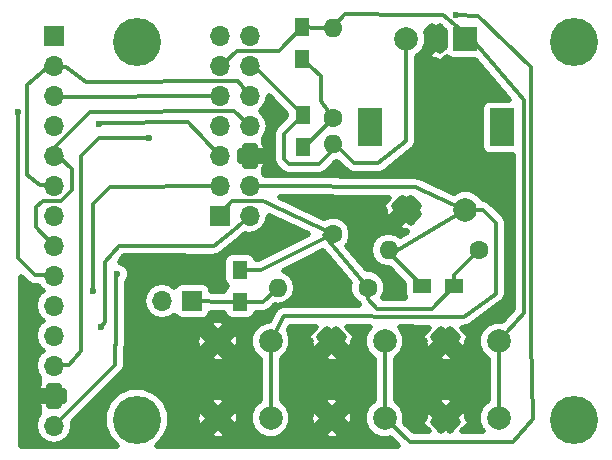
<source format=gbr>
G04 #@! TF.FileFunction,Copper,L2,Bot,Signal*
%FSLAX46Y46*%
G04 Gerber Fmt 4.6, Leading zero omitted, Abs format (unit mm)*
G04 Created by KiCad (PCBNEW 4.0.7) date 10/23/19 08:34:23*
%MOMM*%
%LPD*%
G01*
G04 APERTURE LIST*
%ADD10C,0.100000*%
%ADD11C,1.600000*%
%ADD12O,1.600000X1.600000*%
%ADD13R,1.700000X1.700000*%
%ADD14O,1.700000X1.700000*%
%ADD15R,1.300000X1.500000*%
%ADD16R,1.500000X1.300000*%
%ADD17C,2.000000*%
%ADD18R,2.000000X3.200000*%
%ADD19R,2.000000X2.000000*%
%ADD20C,4.064000*%
%ADD21C,0.600000*%
%ADD22C,0.350000*%
%ADD23C,0.500000*%
G04 APERTURE END LIST*
D10*
D11*
X127635000Y-61988700D03*
D12*
X127635000Y-54368700D03*
D13*
X118021100Y-70269100D03*
D14*
X120561100Y-70269100D03*
X118021100Y-67729100D03*
X120561100Y-67729100D03*
X118021100Y-65189100D03*
X120561100Y-65189100D03*
X118021100Y-62649100D03*
X120561100Y-62649100D03*
X118021100Y-60109100D03*
X120561100Y-60109100D03*
X118021100Y-57569100D03*
X120561100Y-57569100D03*
X118021100Y-55029100D03*
X120561100Y-55029100D03*
D13*
X115697000Y-77470000D03*
D14*
X113157000Y-77470000D03*
D15*
X125082300Y-64405500D03*
X125082300Y-61705500D03*
D11*
X127635000Y-71805800D03*
D12*
X127635000Y-64185800D03*
D15*
X125031500Y-56950600D03*
X125031500Y-54250600D03*
D16*
X137875000Y-76200000D03*
X135175000Y-76200000D03*
D11*
X139954000Y-73152000D03*
D12*
X132334000Y-73152000D03*
D15*
X119761000Y-74850000D03*
X119761000Y-77550000D03*
D11*
X130556000Y-76327000D03*
D12*
X122936000Y-76327000D03*
D17*
X141660000Y-87376000D03*
X137160000Y-87376000D03*
X141660000Y-80876000D03*
X137160000Y-80876000D03*
X132008000Y-87376000D03*
X127508000Y-87376000D03*
X132008000Y-80876000D03*
X127508000Y-80876000D03*
X122356000Y-87376000D03*
X117856000Y-87376000D03*
X122356000Y-80876000D03*
X117856000Y-80876000D03*
D13*
X104000000Y-55000000D03*
D14*
X104000000Y-57540000D03*
X104000000Y-60080000D03*
X104000000Y-62620000D03*
X104000000Y-65160000D03*
X104000000Y-67700000D03*
X104000000Y-70240000D03*
X104000000Y-72780000D03*
X104000000Y-75320000D03*
X104000000Y-77860000D03*
X104000000Y-80400000D03*
X104000000Y-82940000D03*
X104000000Y-85480000D03*
X104000000Y-88020000D03*
D17*
X133836400Y-69770400D03*
X138836400Y-69770400D03*
D18*
X130736400Y-62770400D03*
X141936400Y-62770400D03*
D17*
X133836400Y-55270400D03*
X136336400Y-55270400D03*
D19*
X138836400Y-55270400D03*
D20*
X111000000Y-55500000D03*
X148000000Y-87500000D03*
X111000000Y-87500000D03*
X148000000Y-55500000D03*
D21*
X109347000Y-75184000D03*
X107950000Y-79629000D03*
X107315000Y-76581000D03*
X107823000Y-62484000D03*
X112014000Y-63627000D03*
X100965000Y-61468000D03*
X138061700Y-53213000D03*
D22*
X118021100Y-70269100D02*
X118021100Y-70142100D01*
X118021100Y-70142100D02*
X119090440Y-69016880D01*
X109169200Y-81203800D02*
X109169200Y-82850800D01*
X109169200Y-82850800D02*
X104000000Y-88020000D01*
X130556000Y-76327000D02*
X130556000Y-77279500D01*
X135970000Y-78105000D02*
X137875000Y-76200000D01*
X131381500Y-78105000D02*
X135970000Y-78105000D01*
X130556000Y-77279500D02*
X131381500Y-78105000D01*
X137875000Y-76200000D02*
X137875000Y-75231000D01*
X137875000Y-75231000D02*
X139954000Y-73152000D01*
X125082300Y-64405500D02*
X125256300Y-64405500D01*
X125256300Y-64405500D02*
X127635000Y-61988700D01*
X125031500Y-56950600D02*
X125031500Y-56997600D01*
X125031500Y-56997600D02*
X126631700Y-58381900D01*
X126631700Y-58381900D02*
X126631700Y-60540900D01*
X126631700Y-60540900D02*
X127635000Y-61988700D01*
X127635000Y-61988700D02*
X127635000Y-62322700D01*
X118021100Y-70269100D02*
X118021100Y-70142100D01*
X121701560Y-69006720D02*
X127635000Y-71805800D01*
X119090440Y-69016880D02*
X121701560Y-69006720D01*
X127635000Y-71805800D02*
X126873000Y-71907400D01*
X126873000Y-71907400D02*
X130556000Y-76327000D01*
X119761000Y-74850000D02*
X121492000Y-74850000D01*
X121492000Y-74850000D02*
X127635000Y-71805800D01*
X109220000Y-81153000D02*
X109169200Y-81203800D01*
X109220000Y-75311000D02*
X109220000Y-81153000D01*
X109347000Y-75184000D02*
X109220000Y-75311000D01*
X103926640Y-70358000D02*
X103571040Y-70002400D01*
X120561100Y-70269100D02*
X119207280Y-71429880D01*
X119207280Y-71429880D02*
X117563900Y-72783700D01*
X117563900Y-72783700D02*
X115163600Y-72783700D01*
X115163600Y-72783700D02*
X115163600Y-72771000D01*
X108331000Y-79248000D02*
X107950000Y-79629000D01*
X108331000Y-74168000D02*
X108331000Y-79248000D01*
X109474000Y-72771000D02*
X108331000Y-74168000D01*
X115163600Y-72771000D02*
X109474000Y-72771000D01*
X118021100Y-67729100D02*
X108712000Y-67818000D01*
X107315000Y-69215000D02*
X107315000Y-76581000D01*
X108712000Y-67818000D02*
X107315000Y-69215000D01*
X118021100Y-67729100D02*
X118021100Y-67983100D01*
X122356000Y-80876000D02*
X122356000Y-87376000D01*
X138836400Y-69770400D02*
X140293500Y-69745000D01*
X123444000Y-78740000D02*
X122356000Y-80876000D01*
X138684000Y-78800000D02*
X123444000Y-78740000D01*
X141414500Y-76835000D02*
X138684000Y-78800000D01*
X141414500Y-70866000D02*
X141414500Y-76835000D01*
X140293500Y-69745000D02*
X141414500Y-70866000D01*
X132334000Y-73152000D02*
X133118000Y-73152000D01*
X133118000Y-73152000D02*
X138836400Y-69770400D01*
X132334000Y-73152000D02*
X132334000Y-73359000D01*
X132334000Y-73359000D02*
X135175000Y-76200000D01*
X120561100Y-67729100D02*
X134598000Y-67818000D01*
X134598000Y-67818000D02*
X138836400Y-69770400D01*
X115356640Y-62341760D02*
X118021100Y-65189100D01*
X107950000Y-62357000D02*
X115356640Y-62341760D01*
X107823000Y-62484000D02*
X107950000Y-62357000D01*
X117894100Y-65062100D02*
X118021100Y-65189100D01*
X103621840Y-82892900D02*
X105308400Y-82892900D01*
X107823000Y-63627000D02*
X112014000Y-63627000D01*
X106299000Y-65151000D02*
X107823000Y-63627000D01*
X106299000Y-81661000D02*
X106299000Y-65151000D01*
X105308400Y-82892900D02*
X106299000Y-81661000D01*
X104000000Y-65160000D02*
X104339500Y-65160000D01*
X104339500Y-65160000D02*
X105498900Y-66319400D01*
X102450900Y-71230900D02*
X104000000Y-72780000D01*
X102450900Y-69545200D02*
X102450900Y-71230900D01*
X103035100Y-68961000D02*
X102450900Y-69545200D01*
X104584500Y-68961000D02*
X103035100Y-68961000D01*
X105498900Y-68046600D02*
X104584500Y-68961000D01*
X105498900Y-66319400D02*
X105498900Y-68046600D01*
X104000000Y-65160000D02*
X104000000Y-64516300D01*
X104000000Y-64516300D02*
X107073700Y-61442600D01*
X107073700Y-61442600D02*
X119263160Y-61366400D01*
X119263160Y-61366400D02*
X120561100Y-62649100D01*
X120561100Y-62649100D02*
X120434100Y-62649100D01*
X120561100Y-62649100D02*
X120561100Y-62776100D01*
X102362000Y-75272900D02*
X103672640Y-75272900D01*
X100965000Y-73787000D02*
X102362000Y-75272900D01*
X100965000Y-61468000D02*
X100965000Y-73787000D01*
X118021100Y-60109100D02*
X103926640Y-60198000D01*
X103926640Y-60198000D02*
X103571040Y-59842400D01*
X103964740Y-67640200D02*
X102781100Y-67640200D01*
X101727000Y-59146440D02*
X103518021Y-57660232D01*
X101727000Y-66802000D02*
X101727000Y-59146440D01*
X102781100Y-67640200D02*
X101727000Y-66802000D01*
X103518021Y-57660232D02*
X105001381Y-57660232D01*
X119545100Y-58839100D02*
X120561100Y-60109100D01*
X106680000Y-58928000D02*
X119545100Y-58839100D01*
X105001381Y-57660232D02*
X106680000Y-58928000D01*
X118021100Y-57569100D02*
X118178580Y-57569100D01*
X118178580Y-57569100D02*
X119481600Y-56266080D01*
X119481600Y-56266080D02*
X123016020Y-56266080D01*
X123016020Y-56266080D02*
X125031500Y-54250600D01*
X118021100Y-57569100D02*
X118630700Y-57569100D01*
X118630700Y-57569100D02*
X117652800Y-57023000D01*
X141660000Y-80876000D02*
X141660000Y-87376000D01*
X136944100Y-53238400D02*
X139407900Y-55270400D01*
X139407900Y-55270400D02*
X143764000Y-60477400D01*
X143764000Y-78479900D02*
X141660000Y-80876000D01*
X143764000Y-60477400D02*
X143764000Y-78479900D01*
X127635000Y-54368700D02*
X127635000Y-54241700D01*
X127635000Y-54241700D02*
X128663700Y-53187600D01*
X134493000Y-53213000D02*
X136944100Y-53238400D01*
X128663700Y-53187600D02*
X134493000Y-53213000D01*
X125031500Y-54250600D02*
X127588000Y-54415700D01*
X127588000Y-54415700D02*
X127635000Y-54368700D01*
X118021100Y-57569100D02*
X118021100Y-57315100D01*
X127635000Y-64185800D02*
X127635000Y-64681100D01*
X127635000Y-64681100D02*
X126428500Y-65887600D01*
X126428500Y-65887600D02*
X123888500Y-65887600D01*
X123888500Y-65887600D02*
X123469400Y-65468500D01*
X123469400Y-65468500D02*
X123469400Y-63318400D01*
X123469400Y-63318400D02*
X125082300Y-61705500D01*
X127635000Y-64185800D02*
X127800100Y-64185800D01*
X127800100Y-64185800D02*
X129421939Y-65807639D01*
X125082300Y-61705500D02*
X124908300Y-61705500D01*
X144409450Y-80710750D02*
X144515840Y-87442040D01*
X134112000Y-89408000D02*
X132008000Y-87376000D01*
X142875000Y-89408000D02*
X134112000Y-89408000D01*
X144515840Y-87442040D02*
X142875000Y-89408000D01*
X132008000Y-80876000D02*
X132008000Y-87376000D01*
X144411700Y-80708500D02*
X144409450Y-80710750D01*
X144411700Y-57658000D02*
X144411700Y-80708500D01*
X139865100Y-53340000D02*
X144411700Y-57658000D01*
X138125200Y-53276500D02*
X139865100Y-53340000D01*
X138061700Y-53213000D02*
X138125200Y-53276500D01*
X120561100Y-57569100D02*
X120895100Y-57569100D01*
X120895100Y-57569100D02*
X125082300Y-61705500D01*
X125082300Y-61705500D02*
X125082300Y-61150500D01*
X127635000Y-64185800D02*
X128143000Y-64185800D01*
X128143000Y-64185800D02*
X127711200Y-64643000D01*
X133832600Y-63893700D02*
X133836400Y-55270400D01*
X129421939Y-65807639D02*
X131470400Y-65786000D01*
X131470400Y-65786000D02*
X133832600Y-63893700D01*
X125082300Y-61705500D02*
X125129300Y-61705500D01*
X120561100Y-57569100D02*
X120561100Y-57997100D01*
X119761000Y-77550000D02*
X121713000Y-77550000D01*
X121713000Y-77550000D02*
X122936000Y-76327000D01*
X115697000Y-77470000D02*
X116459000Y-77470000D01*
X116459000Y-77470000D02*
X117936000Y-77550000D01*
X117936000Y-77550000D02*
X119761000Y-77550000D01*
D23*
G36*
X125510421Y-71826298D02*
X121275376Y-73925000D01*
X121142764Y-73925000D01*
X121123396Y-73822067D01*
X120959138Y-73566802D01*
X120708508Y-73395554D01*
X120411000Y-73335307D01*
X119111000Y-73335307D01*
X118833067Y-73387604D01*
X118577802Y-73551862D01*
X118406554Y-73802492D01*
X118346307Y-74100000D01*
X118346307Y-75600000D01*
X118398604Y-75877933D01*
X118562862Y-76133198D01*
X118659548Y-76199260D01*
X118577802Y-76251862D01*
X118406554Y-76502492D01*
X118381745Y-76625000D01*
X117961030Y-76625000D01*
X117305958Y-76589519D01*
X117259396Y-76342067D01*
X117095138Y-76086802D01*
X116844508Y-75915554D01*
X116547000Y-75855307D01*
X114847000Y-75855307D01*
X114569067Y-75907604D01*
X114313802Y-76071862D01*
X114195394Y-76245158D01*
X113769293Y-75960447D01*
X113157000Y-75838654D01*
X112544707Y-75960447D01*
X112025629Y-76307283D01*
X111678793Y-76826361D01*
X111557000Y-77438654D01*
X111557000Y-77501346D01*
X111678793Y-78113639D01*
X112025629Y-78632717D01*
X112544707Y-78979553D01*
X113157000Y-79101346D01*
X113769293Y-78979553D01*
X114196491Y-78694109D01*
X114298862Y-78853198D01*
X114549492Y-79024446D01*
X114847000Y-79084693D01*
X116547000Y-79084693D01*
X116824933Y-79032396D01*
X117080198Y-78868138D01*
X117251446Y-78617508D01*
X117287147Y-78441211D01*
X117885972Y-78473646D01*
X117911101Y-78470047D01*
X117936000Y-78475000D01*
X118379236Y-78475000D01*
X118398604Y-78577933D01*
X118562862Y-78833198D01*
X118813492Y-79004446D01*
X119111000Y-79064693D01*
X120411000Y-79064693D01*
X120688933Y-79012396D01*
X120944198Y-78848138D01*
X121115446Y-78597508D01*
X121140255Y-78475000D01*
X121713000Y-78475000D01*
X122066983Y-78404589D01*
X122367074Y-78204074D01*
X122729236Y-77841912D01*
X122905634Y-77877000D01*
X122966366Y-77877000D01*
X123559525Y-77759013D01*
X124062382Y-77423016D01*
X124398379Y-76920159D01*
X124516366Y-76327000D01*
X124398379Y-75733841D01*
X124062382Y-75230984D01*
X123559525Y-74894987D01*
X123505942Y-74884329D01*
X126792475Y-73255667D01*
X129035401Y-75947178D01*
X129006270Y-76017333D01*
X129005732Y-76633961D01*
X129241208Y-77203857D01*
X129676849Y-77640260D01*
X129717110Y-77656978D01*
X129839516Y-77840172D01*
X123447642Y-77815007D01*
X123303695Y-77843051D01*
X123158046Y-77860309D01*
X123127618Y-77877355D01*
X123093385Y-77884024D01*
X122971124Y-77965022D01*
X122843170Y-78036701D01*
X122821581Y-78064094D01*
X122792506Y-78083356D01*
X122710544Y-78204982D01*
X122619765Y-78320165D01*
X122209368Y-79125871D01*
X122009431Y-79125696D01*
X121365999Y-79391557D01*
X120873287Y-79883410D01*
X120606304Y-80526376D01*
X120605696Y-81222569D01*
X120871557Y-81866001D01*
X121363410Y-82358713D01*
X121431000Y-82386779D01*
X121431000Y-85864699D01*
X121365999Y-85891557D01*
X120873287Y-86383410D01*
X120606304Y-87026376D01*
X120605696Y-87722569D01*
X120871557Y-88366001D01*
X121363410Y-88858713D01*
X122006376Y-89125696D01*
X122702569Y-89126304D01*
X123346001Y-88860443D01*
X123400086Y-88806452D01*
X126784655Y-88806452D01*
X126900759Y-89062448D01*
X127592358Y-89166455D01*
X128115241Y-89062448D01*
X128231345Y-88806452D01*
X127508000Y-88083107D01*
X126784655Y-88806452D01*
X123400086Y-88806452D01*
X123838713Y-88368590D01*
X124105696Y-87725624D01*
X124105927Y-87460358D01*
X125717545Y-87460358D01*
X125821552Y-87983241D01*
X126077548Y-88099345D01*
X126800893Y-87376000D01*
X128215107Y-87376000D01*
X128938452Y-88099345D01*
X129194448Y-87983241D01*
X129298455Y-87291642D01*
X129194448Y-86768759D01*
X128938452Y-86652655D01*
X128215107Y-87376000D01*
X126800893Y-87376000D01*
X126077548Y-86652655D01*
X125821552Y-86768759D01*
X125717545Y-87460358D01*
X124105927Y-87460358D01*
X124106304Y-87029431D01*
X123840443Y-86385999D01*
X123400760Y-85945548D01*
X126784655Y-85945548D01*
X127508000Y-86668893D01*
X128231345Y-85945548D01*
X128115241Y-85689552D01*
X127423642Y-85585545D01*
X126900759Y-85689552D01*
X126784655Y-85945548D01*
X123400760Y-85945548D01*
X123348590Y-85893287D01*
X123281000Y-85865221D01*
X123281000Y-82387301D01*
X123346001Y-82360443D01*
X123400086Y-82306452D01*
X126784655Y-82306452D01*
X126900759Y-82562448D01*
X127592358Y-82666455D01*
X128115241Y-82562448D01*
X128231345Y-82306452D01*
X127508000Y-81583107D01*
X126784655Y-82306452D01*
X123400086Y-82306452D01*
X123838713Y-81868590D01*
X124105696Y-81225624D01*
X124106304Y-80529431D01*
X123866380Y-79948771D01*
X124009784Y-79667235D01*
X126180252Y-79675780D01*
X125360131Y-80495901D01*
X125731538Y-80867308D01*
X125717545Y-80960358D01*
X125821552Y-81483241D01*
X126077548Y-81599345D01*
X126800893Y-80876000D01*
X126447340Y-80522447D01*
X127154447Y-79815340D01*
X127508000Y-80168893D01*
X127861554Y-79815340D01*
X128568661Y-80522447D01*
X128215107Y-80876000D01*
X128938452Y-81599345D01*
X129194448Y-81483241D01*
X129287539Y-80864231D01*
X129655869Y-80495901D01*
X128846244Y-79686276D01*
X130715394Y-79693635D01*
X130525287Y-79883410D01*
X130258304Y-80526376D01*
X130257696Y-81222569D01*
X130523557Y-81866001D01*
X131015410Y-82358713D01*
X131083000Y-82386779D01*
X131083000Y-85864699D01*
X131017999Y-85891557D01*
X130525287Y-86383410D01*
X130258304Y-87026376D01*
X130257696Y-87722569D01*
X130523557Y-88366001D01*
X131015410Y-88858713D01*
X131658376Y-89125696D01*
X132354569Y-89126304D01*
X132448578Y-89087460D01*
X133134594Y-89750000D01*
X112683850Y-89750000D01*
X113357090Y-89077934D01*
X113469819Y-88806452D01*
X117132655Y-88806452D01*
X117248759Y-89062448D01*
X117940358Y-89166455D01*
X118463241Y-89062448D01*
X118579345Y-88806452D01*
X117856000Y-88083107D01*
X117132655Y-88806452D01*
X113469819Y-88806452D01*
X113781516Y-88055802D01*
X113782035Y-87460358D01*
X116065545Y-87460358D01*
X116169552Y-87983241D01*
X116425548Y-88099345D01*
X117148893Y-87376000D01*
X118563107Y-87376000D01*
X119286452Y-88099345D01*
X119542448Y-87983241D01*
X119646455Y-87291642D01*
X119542448Y-86768759D01*
X119286452Y-86652655D01*
X118563107Y-87376000D01*
X117148893Y-87376000D01*
X116425548Y-86652655D01*
X116169552Y-86768759D01*
X116065545Y-87460358D01*
X113782035Y-87460358D01*
X113782482Y-86949054D01*
X113367842Y-85945548D01*
X117132655Y-85945548D01*
X117856000Y-86668893D01*
X118579345Y-85945548D01*
X118463241Y-85689552D01*
X117771642Y-85585545D01*
X117248759Y-85689552D01*
X117132655Y-85945548D01*
X113367842Y-85945548D01*
X113359840Y-85926182D01*
X112577934Y-85142910D01*
X111555802Y-84718484D01*
X110449054Y-84717518D01*
X109426182Y-85140160D01*
X108642910Y-85922066D01*
X108218484Y-86944198D01*
X108217518Y-88050946D01*
X108640160Y-89073818D01*
X109315163Y-89750000D01*
X101250000Y-89750000D01*
X101250000Y-75440548D01*
X101688077Y-75906503D01*
X101699873Y-75914922D01*
X101707926Y-75926974D01*
X101846346Y-76019464D01*
X101981845Y-76116172D01*
X101995966Y-76119436D01*
X102008018Y-76127489D01*
X102171288Y-76159965D01*
X102333489Y-76197461D01*
X102347786Y-76195073D01*
X102362000Y-76197900D01*
X102667919Y-76197900D01*
X102837283Y-76451371D01*
X103044756Y-76590000D01*
X102837283Y-76728629D01*
X102490447Y-77247707D01*
X102368654Y-77860000D01*
X102490447Y-78472293D01*
X102837283Y-78991371D01*
X103044756Y-79130000D01*
X102837283Y-79268629D01*
X102490447Y-79787707D01*
X102368654Y-80400000D01*
X102490447Y-81012293D01*
X102837283Y-81531371D01*
X103044756Y-81670000D01*
X102837283Y-81808629D01*
X102490447Y-82327707D01*
X102368654Y-82940000D01*
X102490447Y-83552293D01*
X102749998Y-83940739D01*
X102749998Y-84495466D01*
X102534759Y-84817631D01*
X102646664Y-85055000D01*
X103575000Y-85055000D01*
X103575000Y-84630000D01*
X104425000Y-84630000D01*
X104425000Y-85055000D01*
X104850000Y-85055000D01*
X104850000Y-85861852D01*
X104806852Y-85905000D01*
X104425000Y-85905000D01*
X104425000Y-86286852D01*
X104381852Y-86330000D01*
X103575000Y-86330000D01*
X103575000Y-85905000D01*
X102646664Y-85905000D01*
X102534759Y-86142369D01*
X102749998Y-86464534D01*
X102749998Y-87019261D01*
X102490447Y-87407707D01*
X102368654Y-88020000D01*
X102490447Y-88632293D01*
X102837283Y-89151371D01*
X103356361Y-89498207D01*
X103968654Y-89620000D01*
X104031346Y-89620000D01*
X104643639Y-89498207D01*
X105162717Y-89151371D01*
X105509553Y-88632293D01*
X105631346Y-88020000D01*
X105577724Y-87750424D01*
X109823274Y-83504874D01*
X110023789Y-83204782D01*
X110094201Y-82850800D01*
X110094200Y-82850795D01*
X110094200Y-82306452D01*
X117132655Y-82306452D01*
X117248759Y-82562448D01*
X117940358Y-82666455D01*
X118463241Y-82562448D01*
X118579345Y-82306452D01*
X117856000Y-81583107D01*
X117132655Y-82306452D01*
X110094200Y-82306452D01*
X110094200Y-81408391D01*
X110145000Y-81153000D01*
X110145000Y-80960358D01*
X116065545Y-80960358D01*
X116169552Y-81483241D01*
X116425548Y-81599345D01*
X117148893Y-80876000D01*
X118563107Y-80876000D01*
X119286452Y-81599345D01*
X119542448Y-81483241D01*
X119646455Y-80791642D01*
X119542448Y-80268759D01*
X119286452Y-80152655D01*
X118563107Y-80876000D01*
X117148893Y-80876000D01*
X116425548Y-80152655D01*
X116169552Y-80268759D01*
X116065545Y-80960358D01*
X110145000Y-80960358D01*
X110145000Y-79445548D01*
X117132655Y-79445548D01*
X117856000Y-80168893D01*
X118579345Y-79445548D01*
X118463241Y-79189552D01*
X117771642Y-79085545D01*
X117248759Y-79189552D01*
X117132655Y-79445548D01*
X110145000Y-79445548D01*
X110145000Y-75871022D01*
X110236628Y-75779554D01*
X110396818Y-75393774D01*
X110397182Y-74976058D01*
X110237666Y-74590000D01*
X109942554Y-74294372D01*
X109556774Y-74134182D01*
X109553828Y-74134179D01*
X109912338Y-73696000D01*
X115099752Y-73696000D01*
X115163600Y-73708700D01*
X117563900Y-73708700D01*
X117698007Y-73682025D01*
X117834063Y-73668368D01*
X117873727Y-73647072D01*
X117917882Y-73638289D01*
X118031576Y-73562321D01*
X118152045Y-73497640D01*
X119795425Y-72143820D01*
X119801292Y-72136644D01*
X119809371Y-72132099D01*
X120194000Y-71802314D01*
X120529754Y-71869100D01*
X120592446Y-71869100D01*
X121204739Y-71747307D01*
X121723817Y-71400471D01*
X122070653Y-70881393D01*
X122192446Y-70269100D01*
X122190680Y-70260222D01*
X125510421Y-71826298D01*
X125510421Y-71826298D01*
G37*
X125510421Y-71826298D02*
X121275376Y-73925000D01*
X121142764Y-73925000D01*
X121123396Y-73822067D01*
X120959138Y-73566802D01*
X120708508Y-73395554D01*
X120411000Y-73335307D01*
X119111000Y-73335307D01*
X118833067Y-73387604D01*
X118577802Y-73551862D01*
X118406554Y-73802492D01*
X118346307Y-74100000D01*
X118346307Y-75600000D01*
X118398604Y-75877933D01*
X118562862Y-76133198D01*
X118659548Y-76199260D01*
X118577802Y-76251862D01*
X118406554Y-76502492D01*
X118381745Y-76625000D01*
X117961030Y-76625000D01*
X117305958Y-76589519D01*
X117259396Y-76342067D01*
X117095138Y-76086802D01*
X116844508Y-75915554D01*
X116547000Y-75855307D01*
X114847000Y-75855307D01*
X114569067Y-75907604D01*
X114313802Y-76071862D01*
X114195394Y-76245158D01*
X113769293Y-75960447D01*
X113157000Y-75838654D01*
X112544707Y-75960447D01*
X112025629Y-76307283D01*
X111678793Y-76826361D01*
X111557000Y-77438654D01*
X111557000Y-77501346D01*
X111678793Y-78113639D01*
X112025629Y-78632717D01*
X112544707Y-78979553D01*
X113157000Y-79101346D01*
X113769293Y-78979553D01*
X114196491Y-78694109D01*
X114298862Y-78853198D01*
X114549492Y-79024446D01*
X114847000Y-79084693D01*
X116547000Y-79084693D01*
X116824933Y-79032396D01*
X117080198Y-78868138D01*
X117251446Y-78617508D01*
X117287147Y-78441211D01*
X117885972Y-78473646D01*
X117911101Y-78470047D01*
X117936000Y-78475000D01*
X118379236Y-78475000D01*
X118398604Y-78577933D01*
X118562862Y-78833198D01*
X118813492Y-79004446D01*
X119111000Y-79064693D01*
X120411000Y-79064693D01*
X120688933Y-79012396D01*
X120944198Y-78848138D01*
X121115446Y-78597508D01*
X121140255Y-78475000D01*
X121713000Y-78475000D01*
X122066983Y-78404589D01*
X122367074Y-78204074D01*
X122729236Y-77841912D01*
X122905634Y-77877000D01*
X122966366Y-77877000D01*
X123559525Y-77759013D01*
X124062382Y-77423016D01*
X124398379Y-76920159D01*
X124516366Y-76327000D01*
X124398379Y-75733841D01*
X124062382Y-75230984D01*
X123559525Y-74894987D01*
X123505942Y-74884329D01*
X126792475Y-73255667D01*
X129035401Y-75947178D01*
X129006270Y-76017333D01*
X129005732Y-76633961D01*
X129241208Y-77203857D01*
X129676849Y-77640260D01*
X129717110Y-77656978D01*
X129839516Y-77840172D01*
X123447642Y-77815007D01*
X123303695Y-77843051D01*
X123158046Y-77860309D01*
X123127618Y-77877355D01*
X123093385Y-77884024D01*
X122971124Y-77965022D01*
X122843170Y-78036701D01*
X122821581Y-78064094D01*
X122792506Y-78083356D01*
X122710544Y-78204982D01*
X122619765Y-78320165D01*
X122209368Y-79125871D01*
X122009431Y-79125696D01*
X121365999Y-79391557D01*
X120873287Y-79883410D01*
X120606304Y-80526376D01*
X120605696Y-81222569D01*
X120871557Y-81866001D01*
X121363410Y-82358713D01*
X121431000Y-82386779D01*
X121431000Y-85864699D01*
X121365999Y-85891557D01*
X120873287Y-86383410D01*
X120606304Y-87026376D01*
X120605696Y-87722569D01*
X120871557Y-88366001D01*
X121363410Y-88858713D01*
X122006376Y-89125696D01*
X122702569Y-89126304D01*
X123346001Y-88860443D01*
X123400086Y-88806452D01*
X126784655Y-88806452D01*
X126900759Y-89062448D01*
X127592358Y-89166455D01*
X128115241Y-89062448D01*
X128231345Y-88806452D01*
X127508000Y-88083107D01*
X126784655Y-88806452D01*
X123400086Y-88806452D01*
X123838713Y-88368590D01*
X124105696Y-87725624D01*
X124105927Y-87460358D01*
X125717545Y-87460358D01*
X125821552Y-87983241D01*
X126077548Y-88099345D01*
X126800893Y-87376000D01*
X128215107Y-87376000D01*
X128938452Y-88099345D01*
X129194448Y-87983241D01*
X129298455Y-87291642D01*
X129194448Y-86768759D01*
X128938452Y-86652655D01*
X128215107Y-87376000D01*
X126800893Y-87376000D01*
X126077548Y-86652655D01*
X125821552Y-86768759D01*
X125717545Y-87460358D01*
X124105927Y-87460358D01*
X124106304Y-87029431D01*
X123840443Y-86385999D01*
X123400760Y-85945548D01*
X126784655Y-85945548D01*
X127508000Y-86668893D01*
X128231345Y-85945548D01*
X128115241Y-85689552D01*
X127423642Y-85585545D01*
X126900759Y-85689552D01*
X126784655Y-85945548D01*
X123400760Y-85945548D01*
X123348590Y-85893287D01*
X123281000Y-85865221D01*
X123281000Y-82387301D01*
X123346001Y-82360443D01*
X123400086Y-82306452D01*
X126784655Y-82306452D01*
X126900759Y-82562448D01*
X127592358Y-82666455D01*
X128115241Y-82562448D01*
X128231345Y-82306452D01*
X127508000Y-81583107D01*
X126784655Y-82306452D01*
X123400086Y-82306452D01*
X123838713Y-81868590D01*
X124105696Y-81225624D01*
X124106304Y-80529431D01*
X123866380Y-79948771D01*
X124009784Y-79667235D01*
X126180252Y-79675780D01*
X125360131Y-80495901D01*
X125731538Y-80867308D01*
X125717545Y-80960358D01*
X125821552Y-81483241D01*
X126077548Y-81599345D01*
X126800893Y-80876000D01*
X126447340Y-80522447D01*
X127154447Y-79815340D01*
X127508000Y-80168893D01*
X127861554Y-79815340D01*
X128568661Y-80522447D01*
X128215107Y-80876000D01*
X128938452Y-81599345D01*
X129194448Y-81483241D01*
X129287539Y-80864231D01*
X129655869Y-80495901D01*
X128846244Y-79686276D01*
X130715394Y-79693635D01*
X130525287Y-79883410D01*
X130258304Y-80526376D01*
X130257696Y-81222569D01*
X130523557Y-81866001D01*
X131015410Y-82358713D01*
X131083000Y-82386779D01*
X131083000Y-85864699D01*
X131017999Y-85891557D01*
X130525287Y-86383410D01*
X130258304Y-87026376D01*
X130257696Y-87722569D01*
X130523557Y-88366001D01*
X131015410Y-88858713D01*
X131658376Y-89125696D01*
X132354569Y-89126304D01*
X132448578Y-89087460D01*
X133134594Y-89750000D01*
X112683850Y-89750000D01*
X113357090Y-89077934D01*
X113469819Y-88806452D01*
X117132655Y-88806452D01*
X117248759Y-89062448D01*
X117940358Y-89166455D01*
X118463241Y-89062448D01*
X118579345Y-88806452D01*
X117856000Y-88083107D01*
X117132655Y-88806452D01*
X113469819Y-88806452D01*
X113781516Y-88055802D01*
X113782035Y-87460358D01*
X116065545Y-87460358D01*
X116169552Y-87983241D01*
X116425548Y-88099345D01*
X117148893Y-87376000D01*
X118563107Y-87376000D01*
X119286452Y-88099345D01*
X119542448Y-87983241D01*
X119646455Y-87291642D01*
X119542448Y-86768759D01*
X119286452Y-86652655D01*
X118563107Y-87376000D01*
X117148893Y-87376000D01*
X116425548Y-86652655D01*
X116169552Y-86768759D01*
X116065545Y-87460358D01*
X113782035Y-87460358D01*
X113782482Y-86949054D01*
X113367842Y-85945548D01*
X117132655Y-85945548D01*
X117856000Y-86668893D01*
X118579345Y-85945548D01*
X118463241Y-85689552D01*
X117771642Y-85585545D01*
X117248759Y-85689552D01*
X117132655Y-85945548D01*
X113367842Y-85945548D01*
X113359840Y-85926182D01*
X112577934Y-85142910D01*
X111555802Y-84718484D01*
X110449054Y-84717518D01*
X109426182Y-85140160D01*
X108642910Y-85922066D01*
X108218484Y-86944198D01*
X108217518Y-88050946D01*
X108640160Y-89073818D01*
X109315163Y-89750000D01*
X101250000Y-89750000D01*
X101250000Y-75440548D01*
X101688077Y-75906503D01*
X101699873Y-75914922D01*
X101707926Y-75926974D01*
X101846346Y-76019464D01*
X101981845Y-76116172D01*
X101995966Y-76119436D01*
X102008018Y-76127489D01*
X102171288Y-76159965D01*
X102333489Y-76197461D01*
X102347786Y-76195073D01*
X102362000Y-76197900D01*
X102667919Y-76197900D01*
X102837283Y-76451371D01*
X103044756Y-76590000D01*
X102837283Y-76728629D01*
X102490447Y-77247707D01*
X102368654Y-77860000D01*
X102490447Y-78472293D01*
X102837283Y-78991371D01*
X103044756Y-79130000D01*
X102837283Y-79268629D01*
X102490447Y-79787707D01*
X102368654Y-80400000D01*
X102490447Y-81012293D01*
X102837283Y-81531371D01*
X103044756Y-81670000D01*
X102837283Y-81808629D01*
X102490447Y-82327707D01*
X102368654Y-82940000D01*
X102490447Y-83552293D01*
X102749998Y-83940739D01*
X102749998Y-84495466D01*
X102534759Y-84817631D01*
X102646664Y-85055000D01*
X103575000Y-85055000D01*
X103575000Y-84630000D01*
X104425000Y-84630000D01*
X104425000Y-85055000D01*
X104850000Y-85055000D01*
X104850000Y-85861852D01*
X104806852Y-85905000D01*
X104425000Y-85905000D01*
X104425000Y-86286852D01*
X104381852Y-86330000D01*
X103575000Y-86330000D01*
X103575000Y-85905000D01*
X102646664Y-85905000D01*
X102534759Y-86142369D01*
X102749998Y-86464534D01*
X102749998Y-87019261D01*
X102490447Y-87407707D01*
X102368654Y-88020000D01*
X102490447Y-88632293D01*
X102837283Y-89151371D01*
X103356361Y-89498207D01*
X103968654Y-89620000D01*
X104031346Y-89620000D01*
X104643639Y-89498207D01*
X105162717Y-89151371D01*
X105509553Y-88632293D01*
X105631346Y-88020000D01*
X105577724Y-87750424D01*
X109823274Y-83504874D01*
X110023789Y-83204782D01*
X110094201Y-82850800D01*
X110094200Y-82850795D01*
X110094200Y-82306452D01*
X117132655Y-82306452D01*
X117248759Y-82562448D01*
X117940358Y-82666455D01*
X118463241Y-82562448D01*
X118579345Y-82306452D01*
X117856000Y-81583107D01*
X117132655Y-82306452D01*
X110094200Y-82306452D01*
X110094200Y-81408391D01*
X110145000Y-81153000D01*
X110145000Y-80960358D01*
X116065545Y-80960358D01*
X116169552Y-81483241D01*
X116425548Y-81599345D01*
X117148893Y-80876000D01*
X118563107Y-80876000D01*
X119286452Y-81599345D01*
X119542448Y-81483241D01*
X119646455Y-80791642D01*
X119542448Y-80268759D01*
X119286452Y-80152655D01*
X118563107Y-80876000D01*
X117148893Y-80876000D01*
X116425548Y-80152655D01*
X116169552Y-80268759D01*
X116065545Y-80960358D01*
X110145000Y-80960358D01*
X110145000Y-79445548D01*
X117132655Y-79445548D01*
X117856000Y-80168893D01*
X118579345Y-79445548D01*
X118463241Y-79189552D01*
X117771642Y-79085545D01*
X117248759Y-79189552D01*
X117132655Y-79445548D01*
X110145000Y-79445548D01*
X110145000Y-75871022D01*
X110236628Y-75779554D01*
X110396818Y-75393774D01*
X110397182Y-74976058D01*
X110237666Y-74590000D01*
X109942554Y-74294372D01*
X109556774Y-74134182D01*
X109553828Y-74134179D01*
X109912338Y-73696000D01*
X115099752Y-73696000D01*
X115163600Y-73708700D01*
X117563900Y-73708700D01*
X117698007Y-73682025D01*
X117834063Y-73668368D01*
X117873727Y-73647072D01*
X117917882Y-73638289D01*
X118031576Y-73562321D01*
X118152045Y-73497640D01*
X119795425Y-72143820D01*
X119801292Y-72136644D01*
X119809371Y-72132099D01*
X120194000Y-71802314D01*
X120529754Y-71869100D01*
X120592446Y-71869100D01*
X121204739Y-71747307D01*
X121723817Y-71400471D01*
X122070653Y-70881393D01*
X122192446Y-70269100D01*
X122190680Y-70260222D01*
X125510421Y-71826298D01*
G36*
X136336400Y-54563293D02*
X136680054Y-54219639D01*
X136793025Y-54312811D01*
X137071707Y-54591493D01*
X137071707Y-55242200D01*
X137043507Y-55270400D01*
X137071707Y-55298600D01*
X137071707Y-55949307D01*
X136689954Y-56331061D01*
X136336400Y-55977507D01*
X135613055Y-56700852D01*
X135729159Y-56956848D01*
X136348169Y-57049939D01*
X136716499Y-57418269D01*
X137313753Y-56821015D01*
X137538892Y-56974846D01*
X137836400Y-57035093D01*
X139678208Y-57035093D01*
X142498014Y-60405707D01*
X140936400Y-60405707D01*
X140658467Y-60458004D01*
X140403202Y-60622262D01*
X140231954Y-60872892D01*
X140171707Y-61170400D01*
X140171707Y-64370400D01*
X140224004Y-64648333D01*
X140388262Y-64903598D01*
X140638892Y-65074846D01*
X140936400Y-65135093D01*
X142839000Y-65135093D01*
X142839000Y-78131421D01*
X141965433Y-79126265D01*
X141313431Y-79125696D01*
X140669999Y-79391557D01*
X140177287Y-79883410D01*
X139910304Y-80526376D01*
X139909696Y-81222569D01*
X140175557Y-81866001D01*
X140667410Y-82358713D01*
X140735000Y-82386779D01*
X140735000Y-85864699D01*
X140669999Y-85891557D01*
X140177287Y-86383410D01*
X139910304Y-87026376D01*
X139909696Y-87722569D01*
X140175557Y-88366001D01*
X140292352Y-88483000D01*
X138580968Y-88483000D01*
X139307869Y-87756099D01*
X138936462Y-87384692D01*
X138950455Y-87291642D01*
X138846448Y-86768759D01*
X138590452Y-86652655D01*
X137867107Y-87376000D01*
X138220661Y-87729554D01*
X137513554Y-88436661D01*
X137160000Y-88083107D01*
X136806447Y-88436661D01*
X136099340Y-87729554D01*
X136452893Y-87376000D01*
X135729548Y-86652655D01*
X135473552Y-86768759D01*
X135380461Y-87387769D01*
X135012131Y-87756099D01*
X135739032Y-88483000D01*
X134485749Y-88483000D01*
X133741621Y-87764336D01*
X133757696Y-87725624D01*
X133758304Y-87029431D01*
X133492443Y-86385999D01*
X133052760Y-85945548D01*
X136436655Y-85945548D01*
X137160000Y-86668893D01*
X137883345Y-85945548D01*
X137767241Y-85689552D01*
X137075642Y-85585545D01*
X136552759Y-85689552D01*
X136436655Y-85945548D01*
X133052760Y-85945548D01*
X133000590Y-85893287D01*
X132933000Y-85865221D01*
X132933000Y-82387301D01*
X132998001Y-82360443D01*
X133052086Y-82306452D01*
X136436655Y-82306452D01*
X136552759Y-82562448D01*
X137244358Y-82666455D01*
X137767241Y-82562448D01*
X137883345Y-82306452D01*
X137160000Y-81583107D01*
X136436655Y-82306452D01*
X133052086Y-82306452D01*
X133490713Y-81868590D01*
X133757696Y-81225624D01*
X133758304Y-80529431D01*
X133492443Y-79885999D01*
X133310614Y-79703852D01*
X135794401Y-79713631D01*
X135012131Y-80495901D01*
X135383538Y-80867308D01*
X135369545Y-80960358D01*
X135473552Y-81483241D01*
X135729548Y-81599345D01*
X136452893Y-80876000D01*
X136099340Y-80522447D01*
X136806447Y-79815340D01*
X137160000Y-80168893D01*
X137513554Y-79815340D01*
X138220661Y-80522447D01*
X137867107Y-80876000D01*
X138590452Y-81599345D01*
X138846448Y-81483241D01*
X138939539Y-80864231D01*
X139307869Y-80495901D01*
X138536394Y-79724426D01*
X138680358Y-79724993D01*
X138787137Y-79704190D01*
X138895863Y-79700411D01*
X138962616Y-79670003D01*
X139034615Y-79655976D01*
X139125310Y-79595891D01*
X139224308Y-79550794D01*
X141954808Y-77585795D01*
X142006078Y-77530832D01*
X142068574Y-77489074D01*
X142128016Y-77400113D01*
X142200996Y-77321877D01*
X142227330Y-77251479D01*
X142269089Y-77188982D01*
X142289962Y-77084045D01*
X142327447Y-76983837D01*
X142324836Y-76908721D01*
X142339500Y-76835000D01*
X142339500Y-70866000D01*
X142269089Y-70512018D01*
X142068574Y-70211926D01*
X142068571Y-70211924D01*
X140947574Y-69090926D01*
X140940751Y-69086367D01*
X140936074Y-69079625D01*
X140790971Y-68986287D01*
X140647483Y-68890411D01*
X140639434Y-68888810D01*
X140632533Y-68884371D01*
X140462750Y-68853666D01*
X140341120Y-68829472D01*
X140320843Y-68780399D01*
X139828990Y-68287687D01*
X139186024Y-68020704D01*
X138489831Y-68020096D01*
X137846399Y-68285957D01*
X137839557Y-68292787D01*
X134985010Y-66977852D01*
X134970092Y-66974275D01*
X134957388Y-66965670D01*
X134795134Y-66932327D01*
X134634041Y-66893702D01*
X134618886Y-66896107D01*
X134603859Y-66893019D01*
X121867224Y-66812354D01*
X121811102Y-66728361D01*
X121811102Y-66173634D01*
X122026341Y-65851469D01*
X121914436Y-65614100D01*
X120986100Y-65614100D01*
X120986100Y-66039100D01*
X120136100Y-66039100D01*
X120136100Y-65614100D01*
X119711100Y-65614100D01*
X119711100Y-64764100D01*
X120136100Y-64764100D01*
X120136100Y-64339100D01*
X120986100Y-64339100D01*
X120986100Y-64764100D01*
X121914436Y-64764100D01*
X122026341Y-64526731D01*
X121811102Y-64204566D01*
X121811102Y-63649839D01*
X122070653Y-63261393D01*
X122192446Y-62649100D01*
X122070653Y-62036807D01*
X121723817Y-61517729D01*
X121516344Y-61379100D01*
X121723817Y-61240471D01*
X122070653Y-60721393D01*
X122185490Y-60144071D01*
X123667607Y-61608207D01*
X123667607Y-61812045D01*
X122815326Y-62664326D01*
X122614811Y-62964417D01*
X122565501Y-63212316D01*
X122544400Y-63318400D01*
X122544400Y-65468500D01*
X122614811Y-65822483D01*
X122815326Y-66122574D01*
X123234426Y-66541674D01*
X123534517Y-66742189D01*
X123888500Y-66812600D01*
X126428500Y-66812600D01*
X126782483Y-66742189D01*
X127082574Y-66541674D01*
X127913474Y-65710774D01*
X127999762Y-65693610D01*
X128767865Y-66461713D01*
X128772002Y-66464477D01*
X128774810Y-66468585D01*
X128921870Y-66564616D01*
X129067957Y-66662228D01*
X129072839Y-66663199D01*
X129077004Y-66665919D01*
X129249560Y-66698351D01*
X129421939Y-66732640D01*
X129426823Y-66731668D01*
X129431710Y-66732587D01*
X131480170Y-66710948D01*
X131603185Y-66685125D01*
X131728426Y-66674284D01*
X131778343Y-66648357D01*
X131833389Y-66636802D01*
X131937163Y-66565866D01*
X132048716Y-66507925D01*
X134410916Y-64615625D01*
X134443836Y-64576466D01*
X134486386Y-64548062D01*
X134559054Y-64439410D01*
X134643163Y-64339360D01*
X134658591Y-64290585D01*
X134687033Y-64248059D01*
X134712591Y-64119867D01*
X134752009Y-63995247D01*
X134747597Y-63944280D01*
X134757600Y-63894108D01*
X134760734Y-56781976D01*
X134826401Y-56754843D01*
X135319113Y-56262990D01*
X135586096Y-55620024D01*
X135586364Y-55313329D01*
X135629293Y-55270400D01*
X135586439Y-55227546D01*
X135586704Y-54923831D01*
X135493741Y-54698845D01*
X135982847Y-54209740D01*
X136336400Y-54563293D01*
X136336400Y-54563293D01*
G37*
X136336400Y-54563293D02*
X136680054Y-54219639D01*
X136793025Y-54312811D01*
X137071707Y-54591493D01*
X137071707Y-55242200D01*
X137043507Y-55270400D01*
X137071707Y-55298600D01*
X137071707Y-55949307D01*
X136689954Y-56331061D01*
X136336400Y-55977507D01*
X135613055Y-56700852D01*
X135729159Y-56956848D01*
X136348169Y-57049939D01*
X136716499Y-57418269D01*
X137313753Y-56821015D01*
X137538892Y-56974846D01*
X137836400Y-57035093D01*
X139678208Y-57035093D01*
X142498014Y-60405707D01*
X140936400Y-60405707D01*
X140658467Y-60458004D01*
X140403202Y-60622262D01*
X140231954Y-60872892D01*
X140171707Y-61170400D01*
X140171707Y-64370400D01*
X140224004Y-64648333D01*
X140388262Y-64903598D01*
X140638892Y-65074846D01*
X140936400Y-65135093D01*
X142839000Y-65135093D01*
X142839000Y-78131421D01*
X141965433Y-79126265D01*
X141313431Y-79125696D01*
X140669999Y-79391557D01*
X140177287Y-79883410D01*
X139910304Y-80526376D01*
X139909696Y-81222569D01*
X140175557Y-81866001D01*
X140667410Y-82358713D01*
X140735000Y-82386779D01*
X140735000Y-85864699D01*
X140669999Y-85891557D01*
X140177287Y-86383410D01*
X139910304Y-87026376D01*
X139909696Y-87722569D01*
X140175557Y-88366001D01*
X140292352Y-88483000D01*
X138580968Y-88483000D01*
X139307869Y-87756099D01*
X138936462Y-87384692D01*
X138950455Y-87291642D01*
X138846448Y-86768759D01*
X138590452Y-86652655D01*
X137867107Y-87376000D01*
X138220661Y-87729554D01*
X137513554Y-88436661D01*
X137160000Y-88083107D01*
X136806447Y-88436661D01*
X136099340Y-87729554D01*
X136452893Y-87376000D01*
X135729548Y-86652655D01*
X135473552Y-86768759D01*
X135380461Y-87387769D01*
X135012131Y-87756099D01*
X135739032Y-88483000D01*
X134485749Y-88483000D01*
X133741621Y-87764336D01*
X133757696Y-87725624D01*
X133758304Y-87029431D01*
X133492443Y-86385999D01*
X133052760Y-85945548D01*
X136436655Y-85945548D01*
X137160000Y-86668893D01*
X137883345Y-85945548D01*
X137767241Y-85689552D01*
X137075642Y-85585545D01*
X136552759Y-85689552D01*
X136436655Y-85945548D01*
X133052760Y-85945548D01*
X133000590Y-85893287D01*
X132933000Y-85865221D01*
X132933000Y-82387301D01*
X132998001Y-82360443D01*
X133052086Y-82306452D01*
X136436655Y-82306452D01*
X136552759Y-82562448D01*
X137244358Y-82666455D01*
X137767241Y-82562448D01*
X137883345Y-82306452D01*
X137160000Y-81583107D01*
X136436655Y-82306452D01*
X133052086Y-82306452D01*
X133490713Y-81868590D01*
X133757696Y-81225624D01*
X133758304Y-80529431D01*
X133492443Y-79885999D01*
X133310614Y-79703852D01*
X135794401Y-79713631D01*
X135012131Y-80495901D01*
X135383538Y-80867308D01*
X135369545Y-80960358D01*
X135473552Y-81483241D01*
X135729548Y-81599345D01*
X136452893Y-80876000D01*
X136099340Y-80522447D01*
X136806447Y-79815340D01*
X137160000Y-80168893D01*
X137513554Y-79815340D01*
X138220661Y-80522447D01*
X137867107Y-80876000D01*
X138590452Y-81599345D01*
X138846448Y-81483241D01*
X138939539Y-80864231D01*
X139307869Y-80495901D01*
X138536394Y-79724426D01*
X138680358Y-79724993D01*
X138787137Y-79704190D01*
X138895863Y-79700411D01*
X138962616Y-79670003D01*
X139034615Y-79655976D01*
X139125310Y-79595891D01*
X139224308Y-79550794D01*
X141954808Y-77585795D01*
X142006078Y-77530832D01*
X142068574Y-77489074D01*
X142128016Y-77400113D01*
X142200996Y-77321877D01*
X142227330Y-77251479D01*
X142269089Y-77188982D01*
X142289962Y-77084045D01*
X142327447Y-76983837D01*
X142324836Y-76908721D01*
X142339500Y-76835000D01*
X142339500Y-70866000D01*
X142269089Y-70512018D01*
X142068574Y-70211926D01*
X142068571Y-70211924D01*
X140947574Y-69090926D01*
X140940751Y-69086367D01*
X140936074Y-69079625D01*
X140790971Y-68986287D01*
X140647483Y-68890411D01*
X140639434Y-68888810D01*
X140632533Y-68884371D01*
X140462750Y-68853666D01*
X140341120Y-68829472D01*
X140320843Y-68780399D01*
X139828990Y-68287687D01*
X139186024Y-68020704D01*
X138489831Y-68020096D01*
X137846399Y-68285957D01*
X137839557Y-68292787D01*
X134985010Y-66977852D01*
X134970092Y-66974275D01*
X134957388Y-66965670D01*
X134795134Y-66932327D01*
X134634041Y-66893702D01*
X134618886Y-66896107D01*
X134603859Y-66893019D01*
X121867224Y-66812354D01*
X121811102Y-66728361D01*
X121811102Y-66173634D01*
X122026341Y-65851469D01*
X121914436Y-65614100D01*
X120986100Y-65614100D01*
X120986100Y-66039100D01*
X120136100Y-66039100D01*
X120136100Y-65614100D01*
X119711100Y-65614100D01*
X119711100Y-64764100D01*
X120136100Y-64764100D01*
X120136100Y-64339100D01*
X120986100Y-64339100D01*
X120986100Y-64764100D01*
X121914436Y-64764100D01*
X122026341Y-64526731D01*
X121811102Y-64204566D01*
X121811102Y-63649839D01*
X122070653Y-63261393D01*
X122192446Y-62649100D01*
X122070653Y-62036807D01*
X121723817Y-61517729D01*
X121516344Y-61379100D01*
X121723817Y-61240471D01*
X122070653Y-60721393D01*
X122185490Y-60144071D01*
X123667607Y-61608207D01*
X123667607Y-61812045D01*
X122815326Y-62664326D01*
X122614811Y-62964417D01*
X122565501Y-63212316D01*
X122544400Y-63318400D01*
X122544400Y-65468500D01*
X122614811Y-65822483D01*
X122815326Y-66122574D01*
X123234426Y-66541674D01*
X123534517Y-66742189D01*
X123888500Y-66812600D01*
X126428500Y-66812600D01*
X126782483Y-66742189D01*
X127082574Y-66541674D01*
X127913474Y-65710774D01*
X127999762Y-65693610D01*
X128767865Y-66461713D01*
X128772002Y-66464477D01*
X128774810Y-66468585D01*
X128921870Y-66564616D01*
X129067957Y-66662228D01*
X129072839Y-66663199D01*
X129077004Y-66665919D01*
X129249560Y-66698351D01*
X129421939Y-66732640D01*
X129426823Y-66731668D01*
X129431710Y-66732587D01*
X131480170Y-66710948D01*
X131603185Y-66685125D01*
X131728426Y-66674284D01*
X131778343Y-66648357D01*
X131833389Y-66636802D01*
X131937163Y-66565866D01*
X132048716Y-66507925D01*
X134410916Y-64615625D01*
X134443836Y-64576466D01*
X134486386Y-64548062D01*
X134559054Y-64439410D01*
X134643163Y-64339360D01*
X134658591Y-64290585D01*
X134687033Y-64248059D01*
X134712591Y-64119867D01*
X134752009Y-63995247D01*
X134747597Y-63944280D01*
X134757600Y-63894108D01*
X134760734Y-56781976D01*
X134826401Y-56754843D01*
X135319113Y-56262990D01*
X135586096Y-55620024D01*
X135586364Y-55313329D01*
X135629293Y-55270400D01*
X135586439Y-55227546D01*
X135586704Y-54923831D01*
X135493741Y-54698845D01*
X135982847Y-54209740D01*
X136336400Y-54563293D01*
G36*
X132350050Y-68728782D02*
X131688531Y-69390301D01*
X132059938Y-69761708D01*
X132045945Y-69854758D01*
X132149952Y-70377641D01*
X132405948Y-70493745D01*
X133129293Y-69770400D01*
X132775740Y-69416847D01*
X133456795Y-68735791D01*
X133509230Y-68736123D01*
X133836400Y-69063293D01*
X134159452Y-68740241D01*
X134220844Y-68740630D01*
X134897061Y-69416847D01*
X134543507Y-69770400D01*
X134897061Y-70123954D01*
X134189954Y-70831061D01*
X133836400Y-70477507D01*
X133113055Y-71200852D01*
X133229159Y-71456848D01*
X133848169Y-71549939D01*
X133908268Y-71610038D01*
X133316609Y-71959918D01*
X132957525Y-71719987D01*
X132364366Y-71602000D01*
X132303634Y-71602000D01*
X131710475Y-71719987D01*
X131207618Y-72055984D01*
X130871621Y-72558841D01*
X130753634Y-73152000D01*
X130871621Y-73745159D01*
X131207618Y-74248016D01*
X131710475Y-74584013D01*
X132303634Y-74702000D01*
X132364366Y-74702000D01*
X132368108Y-74701256D01*
X133660307Y-75993455D01*
X133660307Y-76850000D01*
X133712604Y-77127933D01*
X133746108Y-77180000D01*
X131880119Y-77180000D01*
X132105730Y-76636667D01*
X132106268Y-76020039D01*
X131870792Y-75450143D01*
X131435151Y-75013740D01*
X130865667Y-74777270D01*
X130468350Y-74776923D01*
X128826407Y-72806591D01*
X128948260Y-72684951D01*
X129184730Y-72115467D01*
X129185268Y-71498839D01*
X128949792Y-70928943D01*
X128514151Y-70492540D01*
X127944667Y-70256070D01*
X127328039Y-70255532D01*
X126895580Y-70434220D01*
X123157002Y-68670559D01*
X132350050Y-68728782D01*
X132350050Y-68728782D01*
G37*
X132350050Y-68728782D02*
X131688531Y-69390301D01*
X132059938Y-69761708D01*
X132045945Y-69854758D01*
X132149952Y-70377641D01*
X132405948Y-70493745D01*
X133129293Y-69770400D01*
X132775740Y-69416847D01*
X133456795Y-68735791D01*
X133509230Y-68736123D01*
X133836400Y-69063293D01*
X134159452Y-68740241D01*
X134220844Y-68740630D01*
X134897061Y-69416847D01*
X134543507Y-69770400D01*
X134897061Y-70123954D01*
X134189954Y-70831061D01*
X133836400Y-70477507D01*
X133113055Y-71200852D01*
X133229159Y-71456848D01*
X133848169Y-71549939D01*
X133908268Y-71610038D01*
X133316609Y-71959918D01*
X132957525Y-71719987D01*
X132364366Y-71602000D01*
X132303634Y-71602000D01*
X131710475Y-71719987D01*
X131207618Y-72055984D01*
X130871621Y-72558841D01*
X130753634Y-73152000D01*
X130871621Y-73745159D01*
X131207618Y-74248016D01*
X131710475Y-74584013D01*
X132303634Y-74702000D01*
X132364366Y-74702000D01*
X132368108Y-74701256D01*
X133660307Y-75993455D01*
X133660307Y-76850000D01*
X133712604Y-77127933D01*
X133746108Y-77180000D01*
X131880119Y-77180000D01*
X132105730Y-76636667D01*
X132106268Y-76020039D01*
X131870792Y-75450143D01*
X131435151Y-75013740D01*
X130865667Y-74777270D01*
X130468350Y-74776923D01*
X128826407Y-72806591D01*
X128948260Y-72684951D01*
X129184730Y-72115467D01*
X129185268Y-71498839D01*
X128949792Y-70928943D01*
X128514151Y-70492540D01*
X127944667Y-70256070D01*
X127328039Y-70255532D01*
X126895580Y-70434220D01*
X123157002Y-68670559D01*
X132350050Y-68728782D01*
M02*

</source>
